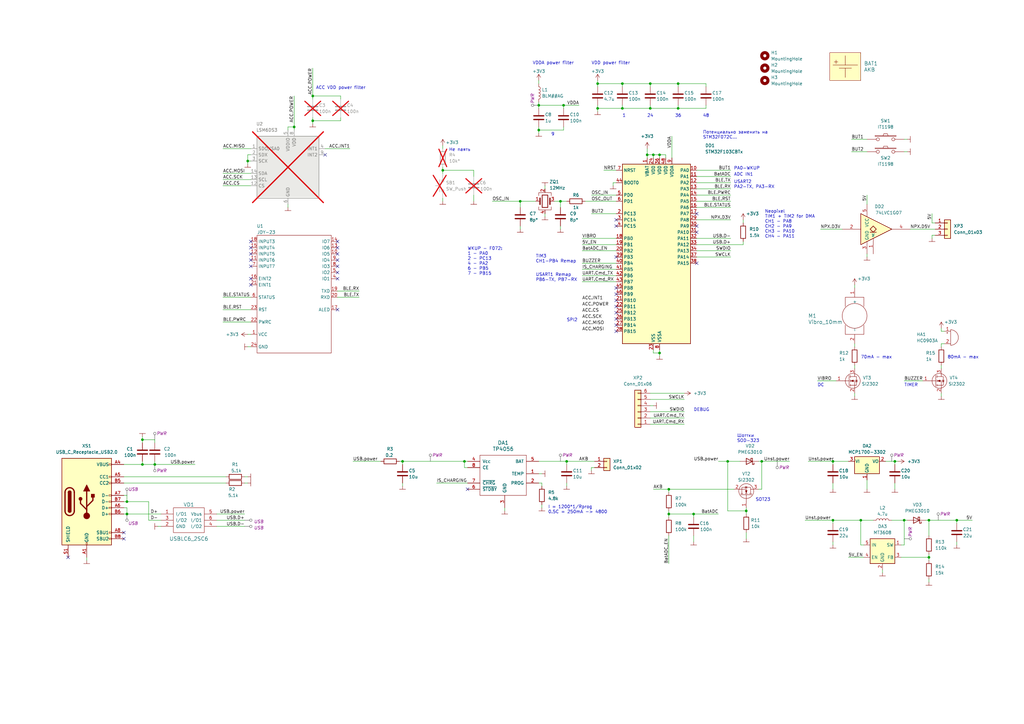
<source format=kicad_sch>
(kicad_sch (version 20230121) (generator eeschema)
  (paper "A3")
  (junction (at 120.65 52.07))
  (junction (at 52.07 205.74))
  (junction (at 58.42 190.5))
  (junction (at 63.5 190.5))
  (junction (at 231.14 43.18))
  (junction (at 298.45 189.23))
  (junction (at 367.03 189.23))
  (junction (at 128.27 39.37))
  (junction (at 213.36 82.55))
  (junction (at 306.07 209.55))
  (junction (at 165.1 189.23))
  (junction (at 284.48 210.82))
  (junction (at 255.27 34.29))
  (junction (at 381 228.6))
  (junction (at 128.27 49.53))
  (junction (at 232.41 189.23))
  (junction (at 255.27 44.45))
  (junction (at 274.32 200.66))
  (junction (at 341.63 189.23))
  (junction (at 267.97 63.5))
  (junction (at 190.5 189.23))
  (junction (at 392.43 213.36))
  (junction (at 278.13 34.29))
  (junction (at 52.07 210.82))
  (junction (at 265.43 63.5))
  (junction (at 381 213.36))
  (junction (at 274.32 210.82))
  (junction (at 229.87 82.55))
  (junction (at 353.06 213.36))
  (junction (at 181.61 69.85))
  (junction (at 220.98 53.34))
  (junction (at 312.42 189.23))
  (junction (at 245.11 34.29))
  (junction (at 220.98 43.18))
  (junction (at 370.84 213.36))
  (junction (at 245.11 44.45))
  (junction (at 270.51 144.78))
  (junction (at 101.6 66.04))
  (junction (at 266.7 34.29))
  (junction (at 266.7 44.45))
  (junction (at 58.42 180.34))
  (junction (at 278.13 44.45))
  (junction (at 270.51 63.5))
  (junction (at 341.63 213.36))
  (no_connect (at 191.77 200.66))
  (no_connect (at 252.73 105.41))
  (no_connect (at 252.73 123.19))
  (no_connect (at 27.94 228.6))
  (no_connect (at 138.43 106.68))
  (no_connect (at 285.75 92.71))
  (no_connect (at 138.43 99.06))
  (no_connect (at 102.87 99.06))
  (no_connect (at 50.8 218.44))
  (no_connect (at 252.73 125.73))
  (no_connect (at 285.75 87.63))
  (no_connect (at 285.75 95.25))
  (no_connect (at 102.87 109.22))
  (no_connect (at 252.73 133.35))
  (no_connect (at 252.73 135.89))
  (no_connect (at 102.87 114.3))
  (no_connect (at 252.73 90.17))
  (no_connect (at 102.87 116.84))
  (no_connect (at 138.43 104.14))
  (no_connect (at 138.43 109.22))
  (no_connect (at 252.73 120.65))
  (no_connect (at 138.43 127))
  (no_connect (at 138.43 114.3))
  (no_connect (at 252.73 118.11))
  (no_connect (at 102.87 104.14))
  (no_connect (at 133.35 63.5))
  (no_connect (at 102.87 101.6))
  (no_connect (at 102.87 106.68))
  (no_connect (at 252.73 130.81))
  (no_connect (at 138.43 101.6))
  (no_connect (at 285.75 107.95))
  (no_connect (at 50.8 220.98))
  (no_connect (at 252.73 92.71))
  (no_connect (at 138.43 111.76))
  (no_connect (at 252.73 128.27))
  (wire (pts (xy 165.1 189.23) (xy 165.1 190.5)))
  (wire (pts (xy 58.42 180.34) (xy 63.5 180.34)))
  (wire (pts (xy 223.52 76.2) (xy 223.52 77.47)))
  (wire (pts (xy 222.25 207.01) (xy 222.25 208.28)))
  (wire (pts (xy 91.44 76.2) (xy 102.87 76.2)))
  (wire (pts (xy 266.7 163.83) (xy 280.67 163.83)))
  (wire (pts (xy 266.7 34.29) (xy 266.7 35.56)))
  (wire (pts (xy 100.33 195.58) (xy 101.6 195.58)))
  (wire (pts (xy 128.27 49.53) (xy 128.27 50.8)))
  (wire (pts (xy 163.83 189.23) (xy 165.1 189.23)))
  (wire (pts (xy 243.84 191.77) (xy 242.57 191.77)))
  (wire (pts (xy 382.27 87.63) (xy 382.27 91.44)))
  (wire (pts (xy 289.56 43.18) (xy 289.56 44.45)))
  (wire (pts (xy 387.35 135.89) (xy 386.08 135.89)))
  (wire (pts (xy 232.41 190.5) (xy 232.41 189.23)))
  (wire (pts (xy 63.5 189.23) (xy 63.5 190.5)))
  (wire (pts (xy 387.35 140.97) (xy 386.08 140.97)))
  (wire (pts (xy 331.47 189.23) (xy 341.63 189.23)))
  (wire (pts (xy 278.13 35.56) (xy 278.13 34.29)))
  (wire (pts (xy 207.01 208.28) (xy 207.01 209.55)))
  (wire (pts (xy 50.8 190.5) (xy 58.42 190.5)))
  (wire (pts (xy 274.32 210.82) (xy 274.32 212.09)))
  (wire (pts (xy 265.43 63.5) (xy 265.43 64.77)))
  (wire (pts (xy 353.06 213.36) (xy 358.14 213.36)))
  (wire (pts (xy 386.08 149.86) (xy 386.08 151.13)))
  (wire (pts (xy 274.32 200.66) (xy 274.32 201.93)))
  (wire (pts (xy 289.56 35.56) (xy 289.56 34.29)))
  (wire (pts (xy 255.27 43.18) (xy 255.27 44.45)))
  (wire (pts (xy 285.75 80.01) (xy 299.72 80.01)))
  (wire (pts (xy 398.78 213.36) (xy 392.43 213.36)))
  (wire (pts (xy 220.98 198.12) (xy 222.25 198.12)))
  (wire (pts (xy 306.07 209.55) (xy 306.07 210.82)))
  (wire (pts (xy 350.52 116.84) (xy 350.52 118.11)))
  (wire (pts (xy 266.7 34.29) (xy 278.13 34.29)))
  (wire (pts (xy 245.11 44.45) (xy 255.27 44.45)))
  (wire (pts (xy 139.7 40.64) (xy 139.7 39.37)))
  (wire (pts (xy 138.43 119.38) (xy 147.32 119.38)))
  (wire (pts (xy 267.97 63.5) (xy 270.51 63.5)))
  (wire (pts (xy 370.84 213.36) (xy 370.84 223.52)))
  (wire (pts (xy 118.11 53.34) (xy 118.11 52.07)))
  (wire (pts (xy 294.64 189.23) (xy 298.45 189.23)))
  (wire (pts (xy 285.75 100.33) (xy 304.8 100.33)))
  (wire (pts (xy 240.03 82.55) (xy 252.73 82.55)))
  (wire (pts (xy 100.33 198.12) (xy 101.6 198.12)))
  (wire (pts (xy 381 227.33) (xy 381 228.6)))
  (wire (pts (xy 284.48 210.82) (xy 294.64 210.82)))
  (wire (pts (xy 220.98 41.91) (xy 220.98 43.18)))
  (wire (pts (xy 101.6 66.04) (xy 101.6 63.5)))
  (wire (pts (xy 120.65 52.07) (xy 120.65 53.34)))
  (wire (pts (xy 298.45 189.23) (xy 303.53 189.23)))
  (wire (pts (xy 341.63 189.23) (xy 341.63 190.5)))
  (wire (pts (xy 60.96 205.74) (xy 52.07 205.74)))
  (wire (pts (xy 392.43 213.36) (xy 392.43 214.63)))
  (wire (pts (xy 242.57 191.77) (xy 242.57 193.04)))
  (wire (pts (xy 227.33 82.55) (xy 229.87 82.55)))
  (wire (pts (xy 139.7 49.53) (xy 128.27 49.53)))
  (wire (pts (xy 383.54 96.52) (xy 382.27 96.52)))
  (wire (pts (xy 181.61 68.58) (xy 181.61 69.85)))
  (wire (pts (xy 306.07 209.55) (xy 298.45 209.55)))
  (wire (pts (xy 392.43 222.25) (xy 392.43 223.52)))
  (wire (pts (xy 267.97 63.5) (xy 267.97 64.77)))
  (wire (pts (xy 382.27 96.52) (xy 382.27 97.79)))
  (wire (pts (xy 50.8 208.28) (xy 52.07 208.28)))
  (wire (pts (xy 50.8 195.58) (xy 92.71 195.58)))
  (wire (pts (xy 285.75 97.79) (xy 299.72 97.79)))
  (wire (pts (xy 372.11 57.15) (xy 370.84 57.15)))
  (wire (pts (xy 229.87 82.55) (xy 232.41 82.55)))
  (wire (pts (xy 266.7 43.18) (xy 266.7 44.45)))
  (wire (pts (xy 312.42 189.23) (xy 312.42 200.66)))
  (wire (pts (xy 336.55 93.98) (xy 345.44 93.98)))
  (wire (pts (xy 285.75 72.39) (xy 299.72 72.39)))
  (wire (pts (xy 381 228.6) (xy 381 229.87)))
  (wire (pts (xy 373.38 93.98) (xy 383.54 93.98)))
  (wire (pts (xy 231.14 52.07) (xy 231.14 53.34)))
  (wire (pts (xy 386.08 140.97) (xy 386.08 142.24)))
  (wire (pts (xy 267.97 143.51) (xy 267.97 144.78)))
  (wire (pts (xy 238.76 102.87) (xy 252.73 102.87)))
  (wire (pts (xy 349.25 57.15) (xy 355.6 57.15)))
  (wire (pts (xy 179.07 198.12) (xy 191.77 198.12)))
  (wire (pts (xy 270.51 63.5) (xy 273.05 63.5)))
  (wire (pts (xy 270.51 63.5) (xy 270.51 64.77)))
  (wire (pts (xy 63.5 190.5) (xy 80.01 190.5)))
  (wire (pts (xy 64.77 215.9) (xy 66.04 215.9)))
  (wire (pts (xy 50.8 210.82) (xy 52.07 210.82)))
  (wire (pts (xy 242.57 80.01) (xy 252.73 80.01)))
  (wire (pts (xy 278.13 44.45) (xy 289.56 44.45)))
  (wire (pts (xy 60.96 213.36) (xy 66.04 213.36)))
  (wire (pts (xy 386.08 135.89) (xy 386.08 134.62)))
  (wire (pts (xy 238.76 115.57) (xy 252.73 115.57)))
  (wire (pts (xy 91.44 127) (xy 102.87 127)))
  (wire (pts (xy 312.42 189.23) (xy 323.85 189.23)))
  (wire (pts (xy 335.28 156.21) (xy 342.9 156.21)))
  (wire (pts (xy 285.75 82.55) (xy 299.72 82.55)))
  (wire (pts (xy 266.7 166.37) (xy 267.97 166.37)))
  (wire (pts (xy 266.7 171.45) (xy 280.67 171.45)))
  (wire (pts (xy 194.31 69.85) (xy 194.31 72.39)))
  (wire (pts (xy 91.44 71.12) (xy 102.87 71.12)))
  (wire (pts (xy 355.6 104.14) (xy 355.6 105.41)))
  (wire (pts (xy 347.98 228.6) (xy 354.33 228.6)))
  (wire (pts (xy 341.63 213.36) (xy 353.06 213.36)))
  (wire (pts (xy 278.13 34.29) (xy 289.56 34.29)))
  (wire (pts (xy 220.98 33.02) (xy 220.98 34.29)))
  (wire (pts (xy 35.56 228.6) (xy 35.56 229.87)))
  (wire (pts (xy 370.84 156.21) (xy 378.46 156.21)))
  (wire (pts (xy 379.73 213.36) (xy 381 213.36)))
  (wire (pts (xy 285.75 105.41) (xy 299.72 105.41)))
  (wire (pts (xy 255.27 34.29) (xy 255.27 35.56)))
  (wire (pts (xy 382.27 91.44) (xy 383.54 91.44)))
  (wire (pts (xy 370.84 223.52) (xy 369.57 223.52)))
  (wire (pts (xy 220.98 189.23) (xy 232.41 189.23)))
  (wire (pts (xy 306.07 208.28) (xy 306.07 209.55)))
  (wire (pts (xy 128.27 27.94) (xy 128.27 39.37)))
  (wire (pts (xy 304.8 90.17) (xy 304.8 91.44)))
  (wire (pts (xy 191.77 189.23) (xy 190.5 189.23)))
  (wire (pts (xy 367.03 189.23) (xy 368.3 189.23)))
  (wire (pts (xy 194.31 80.01) (xy 194.31 82.55)))
  (wire (pts (xy 285.75 74.93) (xy 299.72 74.93)))
  (wire (pts (xy 284.48 219.71) (xy 284.48 222.25)))
  (wire (pts (xy 139.7 39.37) (xy 128.27 39.37)))
  (wire (pts (xy 181.61 59.69) (xy 181.61 60.96)))
  (wire (pts (xy 63.5 181.61) (xy 63.5 180.34)))
  (wire (pts (xy 223.52 87.63) (xy 223.52 88.9)))
  (wire (pts (xy 101.6 63.5) (xy 102.87 63.5)))
  (wire (pts (xy 139.7 48.26) (xy 139.7 49.53)))
  (wire (pts (xy 138.43 121.92) (xy 147.32 121.92)))
  (wire (pts (xy 353.06 223.52) (xy 353.06 213.36)))
  (wire (pts (xy 350.52 161.29) (xy 350.52 162.56)))
  (wire (pts (xy 285.75 69.85) (xy 299.72 69.85)))
  (wire (pts (xy 101.6 66.04) (xy 102.87 66.04)))
  (wire (pts (xy 88.9 215.9) (xy 100.33 215.9)))
  (wire (pts (xy 238.76 107.95) (xy 252.73 107.95)))
  (wire (pts (xy 101.6 142.24) (xy 102.87 142.24)))
  (wire (pts (xy 238.76 110.49) (xy 252.73 110.49)))
  (wire (pts (xy 238.76 97.79) (xy 252.73 97.79)))
  (wire (pts (xy 266.7 44.45) (xy 278.13 44.45)))
  (wire (pts (xy 101.6 137.16) (xy 102.87 137.16)))
  (wire (pts (xy 52.07 203.2) (xy 52.07 205.74)))
  (wire (pts (xy 265.43 63.5) (xy 265.43 60.96)))
  (wire (pts (xy 381 213.36) (xy 392.43 213.36)))
  (wire (pts (xy 238.76 100.33) (xy 252.73 100.33)))
  (wire (pts (xy 274.32 210.82) (xy 284.48 210.82)))
  (wire (pts (xy 265.43 63.5) (xy 267.97 63.5)))
  (wire (pts (xy 270.51 143.51) (xy 270.51 144.78)))
  (wire (pts (xy 118.11 83.82) (xy 118.11 85.09)))
  (wire (pts (xy 245.11 34.29) (xy 245.11 35.56)))
  (wire (pts (xy 118.11 52.07) (xy 120.65 52.07)))
  (wire (pts (xy 50.8 198.12) (xy 92.71 198.12)))
  (wire (pts (xy 361.95 233.68) (xy 361.95 234.95)))
  (wire (pts (xy 381 213.36) (xy 381 219.71)))
  (wire (pts (xy 341.63 198.12) (xy 341.63 200.66)))
  (wire (pts (xy 355.6 196.85) (xy 355.6 200.66)))
  (wire (pts (xy 238.76 113.03) (xy 252.73 113.03)))
  (wire (pts (xy 165.1 189.23) (xy 190.5 189.23)))
  (wire (pts (xy 285.75 90.17) (xy 299.72 90.17)))
  (wire (pts (xy 311.15 189.23) (xy 312.42 189.23)))
  (wire (pts (xy 372.11 62.23) (xy 370.84 62.23)))
  (wire (pts (xy 381 237.49) (xy 381 238.76)))
  (wire (pts (xy 222.25 198.12) (xy 222.25 199.39)))
  (wire (pts (xy 298.45 209.55) (xy 298.45 189.23)))
  (wire (pts (xy 232.41 189.23) (xy 243.84 189.23)))
  (wire (pts (xy 220.98 52.07) (xy 220.98 53.34)))
  (wire (pts (xy 245.11 44.45) (xy 245.11 45.72)))
  (wire (pts (xy 88.9 210.82) (xy 100.33 210.82)))
  (wire (pts (xy 229.87 92.71) (xy 229.87 93.98)))
  (wire (pts (xy 341.63 213.36) (xy 341.63 214.63)))
  (wire (pts (xy 285.75 77.47) (xy 299.72 77.47)))
  (wire (pts (xy 219.71 82.55) (xy 213.36 82.55)))
  (wire (pts (xy 220.98 53.34) (xy 231.14 53.34)))
  (wire (pts (xy 190.5 191.77) (xy 191.77 191.77)))
  (wire (pts (xy 229.87 82.55) (xy 229.87 85.09)))
  (wire (pts (xy 190.5 189.23) (xy 190.5 191.77)))
  (wire (pts (xy 284.48 212.09) (xy 284.48 210.82)))
  (wire (pts (xy 220.98 43.18) (xy 231.14 43.18)))
  (wire (pts (xy 58.42 190.5) (xy 63.5 190.5)))
  (wire (pts (xy 213.36 82.55) (xy 213.36 85.09)))
  (wire (pts (xy 365.76 213.36) (xy 370.84 213.36)))
  (wire (pts (xy 88.9 213.36) (xy 100.33 213.36)))
  (wire (pts (xy 363.22 189.23) (xy 367.03 189.23)))
  (wire (pts (xy 231.14 43.18) (xy 231.14 44.45)))
  (wire (pts (xy 267.97 200.66) (xy 274.32 200.66)))
  (wire (pts (xy 285.75 102.87) (xy 299.72 102.87)))
  (wire (pts (xy 274.32 219.71) (xy 274.32 231.14)))
  (wire (pts (xy 128.27 48.26) (xy 128.27 49.53)))
  (wire (pts (xy 275.59 55.88) (xy 275.59 64.77)))
  (wire (pts (xy 58.42 179.07) (xy 58.42 180.34)))
  (wire (pts (xy 306.07 218.44) (xy 306.07 220.98)))
  (wire (pts (xy 255.27 34.29) (xy 266.7 34.29)))
  (wire (pts (xy 220.98 53.34) (xy 220.98 54.61)))
  (wire (pts (xy 50.8 205.74) (xy 52.07 205.74)))
  (wire (pts (xy 220.98 194.31) (xy 222.25 194.31)))
  (wire (pts (xy 330.2 213.36) (xy 341.63 213.36)))
  (wire (pts (xy 50.8 203.2) (xy 52.07 203.2)))
  (wire (pts (xy 52.07 210.82) (xy 66.04 210.82)))
  (wire (pts (xy 370.84 213.36) (xy 372.11 213.36)))
  (wire (pts (xy 120.65 39.37) (xy 120.65 52.07)))
  (wire (pts (xy 194.31 69.85) (xy 181.61 69.85)))
  (wire (pts (xy 247.65 69.85) (xy 252.73 69.85)))
  (wire (pts (xy 267.97 144.78) (xy 270.51 144.78)))
  (wire (pts (xy 341.63 222.25) (xy 341.63 223.52)))
  (wire (pts (xy 58.42 180.34) (xy 58.42 181.61)))
  (wire (pts (xy 266.7 161.29) (xy 280.67 161.29)))
  (wire (pts (xy 60.96 213.36) (xy 60.96 205.74)))
  (wire (pts (xy 367.03 198.12) (xy 367.03 200.66)))
  (wire (pts (xy 91.44 60.96) (xy 102.87 60.96)))
  (wire (pts (xy 91.44 73.66) (xy 102.87 73.66)))
  (wire (pts (xy 270.51 144.78) (xy 270.51 146.05)))
  (wire (pts (xy 181.61 82.55) (xy 181.61 81.28)))
  (wire (pts (xy 255.27 44.45) (xy 266.7 44.45)))
  (wire (pts (xy 165.1 198.12) (xy 165.1 199.39)))
  (wire (pts (xy 274.32 209.55) (xy 274.32 210.82)))
  (wire (pts (xy 181.61 69.85) (xy 181.61 71.12)))
  (wire (pts (xy 369.57 228.6) (xy 381 228.6)))
  (wire (pts (xy 58.42 189.23) (xy 58.42 190.5)))
  (wire (pts (xy 251.46 74.93) (xy 251.46 76.2)))
  (wire (pts (xy 91.44 121.92) (xy 102.87 121.92)))
  (wire (pts (xy 242.57 87.63) (xy 252.73 87.63)))
  (wire (pts (xy 220.98 43.18) (xy 220.98 44.45)))
  (wire (pts (xy 101.6 67.31) (xy 101.6 66.04)))
  (wire (pts (xy 232.41 198.12) (xy 232.41 199.39)))
  (wire (pts (xy 350.52 149.86) (xy 350.52 151.13)))
  (wire (pts (xy 350.52 140.97) (xy 350.52 142.24)))
  (wire (pts (xy 354.33 223.52) (xy 353.06 223.52)))
  (wire (pts (xy 252.73 74.93) (xy 251.46 74.93)))
  (wire (pts (xy 231.14 43.18) (xy 237.49 43.18)))
  (wire (pts (xy 128.27 39.37) (xy 128.27 40.64)))
  (wire (pts (xy 266.7 168.91) (xy 280.67 168.91)))
  (wire (pts (xy 278.13 43.18) (xy 278.13 44.45)))
  (wire (pts (xy 245.11 43.18) (xy 245.11 44.45)))
  (wire (pts (xy 274.32 200.66) (xy 300.99 200.66)))
  (wire (pts (xy 266.7 173.99) (xy 280.67 173.99)))
  (wire (pts (xy 245.11 34.29) (xy 255.27 34.29)))
  (wire (pts (xy 52.07 208.28) (xy 52.07 210.82)))
  (wire (pts (xy 245.11 33.02) (xy 245.11 34.29)))
  (wire (pts (xy 341.63 189.23) (xy 347.98 189.23)))
  (wire (pts (xy 144.78 189.23) (xy 156.21 189.23)))
  (wire (pts (xy 304.8 99.06) (xy 304.8 100.33)))
  (wire (pts (xy 367.03 189.23) (xy 367.03 190.5)))
  (wire (pts (xy 201.93 82.55) (xy 213.36 82.55)))
  (wire (pts (xy 311.15 200.66) (xy 312.42 200.66)))
  (wire (pts (xy 386.08 161.29) (xy 386.08 162.56)))
  (wire (pts (xy 349.25 62.23) (xy 355.6 62.23)))
  (wire (pts (xy 133.35 60.96) (xy 143.51 60.96)))
  (wire (pts (xy 91.44 132.08) (xy 102.87 132.08)))
  (wire (pts (xy 355.6 80.01) (xy 355.6 83.82)))
  (wire (pts (xy 213.36 92.71) (xy 213.36 93.98)))
  (wire (pts (xy 285.75 85.09) (xy 299.72 85.09)))
  (wire (pts (xy 273.05 63.5) (xy 273.05 64.77)))
  (text "WKUP - F072:\n1 - PA0\n2 - PC13\n4 - PA2\n6 - PB5\n7 - PB15" (at 191.77 113.03 0) (effects (font (size 1.27 1.27)) (justify left bottom)))
  (text "80mA - max" (at 388.62 147.32 0) (effects (font (size 1.27 1.27)) (justify left bottom)))
  (text "PA0-WKUP" (at 300.99 69.85 0) (effects (font (size 1.27 1.27)) (justify left bottom)))
  (text "70mA - max" (at 353.06 147.32 0) (effects (font (size 1.27 1.27)) (justify left bottom)))
  (text "9" (at 226.06 55.88 0) (effects (font (size 1.27 1.27)) (justify left bottom)))
  (text "I = 1200*1/Rprog\n0.5C = 250mA -> 4800\n" (at 224.79 210.82 0) (effects (font (size 1.27 1.27)) (justify left bottom)))
  (text "VDD power filter" (at 242.57 26.67 0) (effects (font (size 1.27 1.27)) (justify left bottom)))
  (text "DC" (at 335.28 158.75 0) (effects (font (size 1.27 1.27)) (justify left bottom)))
  (text "SOT23" (at 309.88 205.74 0) (effects (font (size 1.27 1.27)) (justify left bottom)))
  (text "1" (at 255.27 48.26 0) (effects (font (size 1.27 1.27)) (justify left bottom)))
  (text "VDDA power filter" (at 218.44 26.67 0) (effects (font (size 1.27 1.27)) (justify left bottom)))
  (text "Не паять" (at 184.15 62.23 0) (effects (font (size 1.27 1.27)) (justify left bottom)))
  (text "USART2\nPA2-TX, PA3-RX" (at 300.99 77.47 0) (effects (font (size 1.27 1.27)) (justify left bottom)))
  (text "Neopixel\nTIM1 + TIM2 for DMA\nCH1 - PA8\nCH2 - PA9\nCH3 - PA10\nCH4 - PA11" (at 313.69 97.79 0) (effects (font (size 1.27 1.27)) (justify left bottom)))
  (text "48" (at 288.29 48.26 0) (effects (font (size 1.27 1.27)) (justify left bottom)))
  (text "36" (at 276.86 48.26 0) (effects (font (size 1.27 1.27)) (justify left bottom)))
  (text "TIMER" (at 370.84 158.75 0) (effects (font (size 1.27 1.27)) (justify left bottom)))
  (text "ACC VDD power filter" (at 129.54 36.83 0) (effects (font (size 1.27 1.27)) (justify left bottom)))
  (text "ADC IN1" (at 300.99 72.39 0) (effects (font (size 1.27 1.27)) (justify left bottom)))
  (text "DEBUG" (at 284.48 168.91 0) (effects (font (size 1.27 1.27)) (justify left bottom)))
  (text "SPI2" (at 232.41 132.08 0) (effects (font (size 1.27 1.27)) (justify left bottom)))
  (text "Шоттки\nSOD-323" (at 302.26 181.61 0) (effects (font (size 1.27 1.27)) (justify left bottom)))
  (text "24" (at 265.43 48.26 0) (effects (font (size 1.27 1.27)) (justify left bottom)))
  (text "USART1 Remap\nPB6-TX, PB7-RX" (at 219.71 115.57 0) (effects (font (size 1.27 1.27)) (justify left bottom)))
  (text "TIM3 \nCH1-PB4 Remap" (at 219.71 107.95 0) (effects (font (size 1.27 1.27)) (justify left bottom)))
  (text "Потенциально заменить на \nSTM32F072C..." (at 288.29 57.15 0) (effects (font (size 1.27 1.27)) (justify left bottom)))
  (label "5V_EN" (at 238.76 100.33 0))
  (label "UART.Cmd_RX" (at 280.67 173.99 180))
  (label "5V" (at 398.78 213.36 180))
  (label "5V" (at 355.6 80.01 270))
  (label "USB.D+" (at 299.72 100.33 180))
  (label "USB.power" (at 144.78 189.23 0))
  (label "BatADC_EN" (at 238.76 102.87 0))
  (label "OSC_OUT" (at 242.57 82.55 0))
  (label "ACC.MOSI" (at 91.44 71.12 0))
  (label "ACC.MISO" (at 91.44 60.96 0))
  (label "ACC.POWER" (at 120.65 39.37 270))
  (label "USB.D+" (at 100.33 213.36 180))
  (label "D-" (at 64.77 213.36 180))
  (label "USB.power" (at 80.01 190.5 180))
  (label "BLE.RST" (at 91.44 127 0))
  (label "ACC.MOSI" (at 238.76 135.89 0))
  (label "BLE.RST" (at 299.72 82.55 180))
  (label "BLE.PWRC" (at 299.72 80.01 180))
  (label "VDDA" (at 237.49 43.18 180))
  (label "OSC_IN" (at 201.93 82.55 0))
  (label "ACC.MISO" (at 238.76 133.35 0))
  (label "BUT2" (at 242.57 87.63 0))
  (label "IS_CHARGING" (at 238.76 110.49 0))
  (label "5V" (at 382.27 87.63 270))
  (label "BatADC" (at 299.72 72.39 180))
  (label "BatADC" (at 294.64 210.82 180))
  (label "Unst.power" (at 331.47 189.23 0))
  (label "ACC.POWER" (at 238.76 125.73 0))
  (label "BLE.TX" (at 299.72 74.93 180))
  (label "BLE.STATUS" (at 299.72 85.09 180))
  (label "Unst.power" (at 323.85 189.23 180))
  (label "BUT1" (at 349.25 57.15 0))
  (label "BUT1" (at 299.72 69.85 180))
  (label "VIBRO" (at 335.28 156.21 0))
  (label "BUZZER" (at 370.84 156.21 0))
  (label "NPX.D3V" (at 299.72 90.17 180))
  (label "USB.power" (at 294.64 189.23 180))
  (label "SWCLK" (at 280.67 163.83 180))
  (label "NPX.D5V" (at 373.38 93.98 0))
  (label "BLE.TX" (at 147.32 121.92 180))
  (label "ACC.SCK" (at 238.76 130.81 0))
  (label "AKB" (at 241.3 189.23 180))
  (label "BatADC_EN" (at 274.32 231.14 90))
  (label "BLE.RX" (at 299.72 77.47 180))
  (label "IS_CHARGING" (at 179.07 198.12 0))
  (label "ACC.INT1" (at 143.51 60.96 180))
  (label "ACC.INT1" (at 238.76 123.19 0))
  (label "VIBRO" (at 238.76 97.79 0))
  (label "UART.Cmd_RX" (at 238.76 115.57 0))
  (label "UART.Cmd_TX" (at 238.76 113.03 0))
  (label "NPX.D3V" (at 336.55 93.98 0))
  (label "OSC_IN" (at 242.57 80.01 0))
  (label "SWCLK" (at 299.72 105.41 180))
  (label "ACC.SCK" (at 91.44 73.66 0))
  (label "SWDIO" (at 299.72 102.87 180))
  (label "USB.D-" (at 299.72 97.79 180))
  (label "NRST" (at 247.65 69.85 0))
  (label "UART.Cmd_TX" (at 280.67 171.45 180))
  (label "D+" (at 64.77 210.82 180))
  (label "BLE.STATUS" (at 91.44 121.92 0))
  (label "SWDIO" (at 280.67 168.91 180))
  (label "5V_EN" (at 347.98 228.6 0))
  (label "BUZZER" (at 238.76 107.95 0))
  (label "Unst.power" (at 330.2 213.36 0))
  (label "BUT2" (at 349.25 62.23 0))
  (label "VDDA" (at 275.59 55.88 270))
  (label "USB.D-" (at 100.33 215.9 180))
  (label "AKB" (at 267.97 200.66 0))
  (label "BLE.RX" (at 147.32 119.38 180))
  (label "ACC.POWER" (at 128.27 27.94 270))
  (label "USB.power" (at 100.33 210.82 180))
  (label "ACC.CS" (at 91.44 76.2 0))
  (label "BLE.PWRC" (at 91.44 132.08 0))
  (label "ACC.CS" (at 238.76 128.27 0))
  (netclass_flag "" (length 2.54) (shape round) (at 100.33 215.9 270) (property "Netclass" "USB" (at 104.14 216.4715 0) (effects (font italic) (justify left))))
  (netclass_flag "" (length 2.54) (shape round) (at 100.33 213.36 270) (property "Netclass" "USB" (at 104.14 213.9315 0) (effects (font italic) (justify left))))
  (netclass_flag "" (length 2.54) (shape round) (at 176.53 189.23 0) (property "Netclass" "PWR" (at 177.2285 186.69 0) (effects (font italic) (justify left))))
  (netclass_flag "" (length 2.54) (shape round) (at 220.98 43.18 90) (property "Netclass" "PWR" (at 218.44 42.4815 90) (effects (font italic) (justify left))))
  (netclass_flag "" (length 2.54) (shape round) (at 63.5 180.34 0) (property "Netclass" "PWR" (at 64.1985 177.8 0) (effects (font italic) (justify left))))
  (netclass_flag "" (length 2.54) (shape round) (at 52.07 203.2 0) (property "Netclass" "USB" (at 52.6415 200.66 0) (effects (font italic) (justify left))))
  (netclass_flag "" (length 2.54) (shape round) (at 63.5 190.5 180) (property "Netclass" "PWR" (at 64.1985 193.04 0) (effects (font italic) (justify left))))
  (netclass_flag "" (length 2.54) (shape round) (at 52.07 210.82 180) (property "Netclass" "USB" (at 56.5785 214.63 0) (effects (font italic) (justify right))))
  (netclass_flag "" (length 2.54) (shape round) (at 384.81 213.36 0) (property "Netclass" "PWR" (at 385.5085 210.82 0) (effects (font italic) (justify left))))
  (netclass_flag "" (length 2.54) (shape round) (at 318.77 189.23 180) (property "Netclass" "PWR" (at 319.4685 191.77 0) (effects (font italic) (justify left))))
  (netclass_flag "" (length 2.54) (shape round) (at 365.76 189.23 0) (property "Netclass" "PWR" (at 366.4585 186.69 0) (effects (font italic) (justify left))))
  (netclass_flag "" (length 2.54) (shape round) (at 229.87 189.23 0) (property "Netclass" "PWR" (at 230.5685 186.69 0) (effects (font italic) (justify left))))
  (netclass_flag "" (length 2.54) (shape round) (at 370.84 220.98 270) (property "Netclass" "PWR" (at 373.38 220.2815 90) (effects (font italic) (justify left))))
  (symbol (lib_id "Device:R") (at 160.02 189.23 270) (unit 1)
    (property "Reference" "R3" (at 161.2899 184.15 90) (effects (justify right)))
    (property "Value" "0.2" (at 161.2899 186.69 90) (effects (justify right)))
    (property "Footprint" "Resistor_SMD:R_0603_1608Metric_Pad0.98x0.95mm_HandSolder" (effects hide))
  )
  (symbol (lib_id "#USER:GND_GOST") (at 232.41 199.39 0) (unit 1)
    (property "Reference" "#PWR024" (effects hide))
    (property "Value" "GND_GOST" (effects hide))
  )
  (symbol (lib_id "Device:R") (at 96.52 195.58 270) (unit 1)
    (property "Reference" "R1" (at 97.7899 190.5 90) (effects (justify right)))
    (property "Value" "5.1k" (at 99.0599 193.04 90) (effects (justify right)))
    (property "Footprint" "Resistor_SMD:R_0603_1608Metric_Pad0.98x0.95mm_HandSolder" (effects hide))
  )
  (symbol (lib_id "Device:C") (at 194.31 76.2 180) (unit 1) (on_board no) (dnp yes)
    (property "Reference" "C6" (at 199.39 74.93 0) (effects (justify left)))
    (property "Value" "100n" (at 201.93 77.47 0) (effects (justify left)))
    (property "Footprint" "Capacitor_SMD:C_0603_1608Metric_Pad1.08x0.95mm_HandSolder" (effects hide))
  )
  (symbol (lib_id "#USER:GND_GOST") (at 251.46 76.2 0) (unit 1)
    (property "Reference" "#PWR028" (effects hide))
    (property "Value" "GND_GOST" (effects hide))
  )
  (symbol (lib_id "Device:C") (at 367.03 194.31 180) (unit 1)
    (property "Reference" "C20" (at 373.38 193.04 0) (effects (justify left)))
    (property "Value" "10u" (at 373.38 195.58 0) (effects (justify left)))
    (property "Footprint" "Capacitor_SMD:C_0603_1608Metric_Pad1.08x0.95mm_HandSolder" (effects hide))
  )
  (symbol (lib_id "Power_kl:TP4056") (at 207.01 195.58 0) (unit 1)
    (property "Reference" "DA1" (at 206.375 181.61 0) (effects (font (size 1.524 1.524))))
    (property "Value" "TP4056" (at 206.375 184.15 0) (effects (font (size 1.524 1.524))))
    (property "Footprint" "Package_SO:SO-8_3.9x4.9mm_P1.27mm" (effects hide))
    (property "SolderPoints" "8" (effects hide))
  )
  (symbol (lib_id "#USER:GND_GOST") (at 222.25 194.31 90) (unit 1)
    (property "Reference" "#PWR019" (effects hide))
    (property "Value" "GND_GOST" (effects hide))
  )
  (symbol (lib_id "Power_kl:BAT_NO_CONN") (at 346.71 26.67 0) (unit 1)
    (property "Reference" "BAT1" (at 354.33 26.035 0) (effects (font (size 1.524 1.524)) (justify left)))
    (property "Value" "AKB" (at 354.33 28.575 0) (effects (font (size 1.524 1.524)) (justify left)))
    (property "Footprint" "Kais_Lib:AKB_05x30x40" (effects hide))
    (property "SolderPoints" "0" (effects hide))
  )
  (symbol (lib_id "Mechanical:MountingHole") (at 313.69 33.02 0) (unit 1)
    (property "Reference" "H3" (at 316.23 31.75 0) (effects (justify left)))
    (property "Value" "MountingHole" (at 316.23 34.29 0) (effects (justify left)))
    (property "Footprint" "Kais_Lib:Hole_2.4" (effects hide))
  )
  (symbol (lib_id "Device:L") (at 220.98 38.1 0) (unit 1)
    (property "Reference" "L1" (at 222.25 36.83 0) (effects (justify left)))
    (property "Value" "BLM##AG" (at 222.25 39.37 0) (effects (justify left)))
    (property "Footprint" "Inductor_SMD:L_0603_1608Metric_Pad1.05x0.95mm_HandSolder" (effects hide))
  )
  (symbol (lib_id "#USER:GND_GOST") (at 101.6 195.58 90) (unit 1)
    (property "Reference" "#PWR07" (effects hide))
    (property "Value" "GND_GOST" (effects hide))
  )
  (symbol (lib_id "Device:D_Schottky") (at 307.34 189.23 180) (unit 1)
    (property "Reference" "VD2" (at 307.6575 182.88 0))
    (property "Value" "PMEG3010" (at 307.6575 185.42 0))
    (property "Footprint" "Diode_SMD:D_SOD-323_HandSoldering" (effects hide))
  )
  (symbol (lib_id "#USER:GND_GOST") (at 229.87 93.98 0) (unit 1)
    (property "Reference" "#PWR023" (effects hide))
    (property "Value" "GND_GOST" (effects hide))
  )
  (symbol (lib_id "#USER:GND_GOST") (at 118.11 85.09 0) (unit 1)
    (property "Reference" "#PWR09" (effects hide))
    (property "Value" "GND_GOST" (effects hide))
  )
  (symbol (lib_id "Device:Buzzer") (at 389.89 138.43 0) (unit 1)
    (property "Reference" "HA1" (at 375.92 137.16 0) (effects (justify left)))
    (property "Value" "HC0903A" (at 375.92 139.7 0) (effects (justify left)))
    (property "Footprint" "Buzzer_Beeper:MagneticBuzzer_CUI_CST-931RP-A" (effects hide))
  )
  (symbol (lib_id "#USER:GND_GOST") (at 267.97 166.37 90) (unit 1)
    (property "Reference" "#PWR030" (effects hide))
    (property "Value" "GND_GOST" (effects hide))
  )
  (symbol (lib_id "Device:C") (at 232.41 194.31 0) (unit 1)
    (property "Reference" "C11" (at 234.95 193.04 0) (effects (justify left)))
    (property "Value" "10u" (at 234.95 195.58 0) (effects (justify left)))
    (property "Footprint" "Capacitor_SMD:C_0603_1608Metric_Pad1.08x0.95mm_HandSolder" (effects hide))
  )
  (symbol (lib_id "Device:C") (at 128.27 44.45 0) (unit 1) (on_board no) (dnp yes)
    (property "Reference" "C3" (at 130.81 43.18 0) (effects (justify left)))
    (property "Value" "100n" (at 130.81 45.72 0) (effects (justify left)))
    (property "Footprint" "Capacitor_SMD:C_0603_1608Metric_Pad1.08x0.95mm_HandSolder" (effects hide))
  )
  (symbol (lib_id "power:+3.3V") (at 386.08 134.62 0) (unit 1)
    (property "Reference" "#PWR054" (effects hide))
    (property "Value" "+3.3V" (at 389.89 132.08 0))
  )
  (symbol (lib_id "#USER:GND_GOST") (at 101.6 142.24 270) (unit 1)
    (property "Reference" "#PWR06" (effects hide))
    (property "Value" "GND_GOST" (effects hide))
  )
  (symbol (lib_id "#USER:GND_GOST") (at 361.95 234.95 0) (unit 1)
    (property "Reference" "#PWR046" (effects hide))
    (property "Value" "GND_GOST" (effects hide))
  )
  (symbol (lib_id "BtnsSwitches:BUTTON") (at 363.22 57.15 0) (mirror y) (unit 1)
    (property "Reference" "SW1" (at 363.22 49.53 0))
    (property "Value" "IT1198" (at 363.22 52.07 0))
    (property "Footprint" "BtnsSwitches:BTN_IT1198" (effects hide))
  )
  (symbol (lib_id "power:+3.3V") (at 101.6 137.16 90) (unit 1)
    (property "Reference" "#PWR05" (effects hide))
    (property "Value" "+3.3V" (at 95.25 137.16 90))
  )
  (symbol (lib_id "Connector_Generic:Conn_01x02") (at 248.92 189.23 0) (unit 1)
    (property "Reference" "XP1" (at 251.46 189.23 0) (effects (justify left)))
    (property "Value" "Conn_01x02" (at 251.46 191.77 0) (effects (justify left)))
    (property "Footprint" "Connector_PinHeader_2.54mm:PinHeader_1x02_P2.54mm_Horizontal" (effects hide))
  )
  (symbol (lib_id "#USER:GND_GOST") (at 35.56 229.87 0) (unit 1)
    (property "Reference" "#PWR01" (effects hide))
    (property "Value" "GND_GOST" (effects hide))
  )
  (symbol (lib_id "#USER:GND_GOST") (at 207.01 209.55 0) (unit 1)
    (property "Reference" "#PWR015" (effects hide))
    (property "Value" "GND_GOST" (effects hide))
  )
  (symbol (lib_id "Device:D_Schottky") (at 375.92 213.36 180) (unit 1)
    (property "Reference" "VD3" (at 376.2375 207.01 0))
    (property "Value" "PMEG3010" (at 376.2375 209.55 0))
    (property "Footprint" "Diode_SMD:D_SOD-323_HandSoldering" (effects hide))
  )
  (symbol (lib_id "#USER:GND_GOST") (at 181.61 82.55 0) (unit 1)
    (property "Reference" "#PWR013" (effects hide))
    (property "Value" "GND_GOST" (effects hide))
  )
  (symbol (lib_id "#USER:GND_GOST") (at 245.11 45.72 0) (unit 1)
    (property "Reference" "#PWR027" (effects hide))
    (property "Value" "GND_GOST" (effects hide))
  )
  (symbol (lib_id "Device:C") (at 289.56 39.37 0) (unit 1)
    (property "Reference" "C17" (at 292.1 38.1 0) (effects (justify left)))
    (property "Value" "100n" (at 292.1 40.64 0) (effects (justify left)))
    (property "Footprint" "Capacitor_SMD:C_0603_1608Metric_Pad1.08x0.95mm_HandSolder" (effects hide))
  )
  (symbol (lib_id "power:+3.3V") (at 181.61 59.69 0) (unit 1)
    (property "Reference" "#PWR012" (effects hide))
    (property "Value" "+3.3V" (at 185.42 58.42 0))
  )
  (symbol (lib_id "#USER:GND_GOST") (at 372.11 62.23 90) (unit 1)
    (property "Reference" "#PWR034" (effects hide))
    (property "Value" "GND_GOST" (effects hide))
  )
  (symbol (lib_id "Connector_Generic:Conn_01x03") (at 388.62 93.98 0) (unit 1)
    (property "Reference" "XP3" (at 391.16 92.71 0) (effects (justify left)))
    (property "Value" "Conn_01x03" (at 391.16 95.25 0) (effects (justify left)))
    (property "Footprint" "Connector_PinHeader_2.54mm:PinHeader_1x03_P2.54mm_Horizontal" (effects hide))
  )
  (symbol (lib_id "#USER:GND_GOST") (at 213.36 93.98 0) (unit 1)
    (property "Reference" "#PWR016" (effects hide))
    (property "Value" "GND_GOST" (effects hide))
  )
  (symbol (lib_id "power:+3.3V") (at 280.67 161.29 270) (unit 1)
    (property "Reference" "#PWR033" (effects hide))
    (property "Value" "+3.3V" (at 287.02 161.29 90))
  )
  (symbol (lib_id "#USER:GND_GOST") (at 128.27 50.8 0) (unit 1)
    (property "Reference" "#PWR010" (effects hide))
    (property "Value" "GND_GOST" (effects hide))
  )
  (symbol (lib_id "Device:C") (at 139.7 44.45 0) (unit 1) (on_board no) (dnp yes)
    (property "Reference" "C4" (at 142.24 43.18 0) (effects (justify left)))
    (property "Value" "100n" (at 142.24 45.72 0) (effects (justify left)))
    (property "Footprint" "Capacitor_SMD:C_0603_1608Metric_Pad1.08x0.95mm_HandSolder" (effects hide))
  )
  (symbol (lib_id "Connector_Generic:Conn_01x06") (at 261.62 168.91 180) (unit 1)
    (property "Reference" "XP2" (at 261.62 154.94 0))
    (property "Value" "Conn_01x06" (at 261.62 157.48 0))
    (property "Footprint" "Connector_PinHeader_2.54mm:PinHeader_1x06_P2.54mm_Horizontal" (effects hide))
  )
  (symbol (lib_id "Sensor_Motion:LSM6DS3") (at 118.11 68.58 0) (unit 1) (on_board no) (dnp yes)
    (property "Reference" "U2" (at 105.0641 50.8 0) (effects (justify left)))
    (property "Value" "LSM6DS3" (at 105.0641 53.34 0) (effects (justify left)))
    (property "Footprint" "Package_LGA:LGA-14_3x2.5mm_P0.5mm_LayoutBorder3x4y" (effects hide))
    (property "Datasheet" "https://www.st.com/resource/en/datasheet/lsm6ds3tr-c.pdf" (effects hide))
  )
  (symbol (lib_id "#USER:GND_GOST") (at 341.63 200.66 0) (unit 1)
    (property "Reference" "#PWR039" (effects hide))
    (property "Value" "GND_GOST" (effects hide))
  )
  (symbol (lib_id "Device:C") (at 284.48 215.9 180) (unit 1)
    (property "Reference" "C16" (at 290.83 214.63 0) (effects (justify left)))
    (property "Value" "100n" (at 292.1 217.17 0) (effects (justify left)))
    (property "Footprint" "Capacitor_SMD:C_0603_1608Metric_Pad1.08x0.95mm_HandSolder" (effects hide))
  )
  (symbol (lib_id "#USER:GND_GOST") (at 220.98 54.61 0) (unit 1)
    (property "Reference" "#PWR018" (effects hide))
    (property "Value" "GND_GOST" (effects hide))
  )
  (symbol (lib_id "#USER:GND_GOST") (at 101.6 198.12 90) (unit 1)
    (property "Reference" "#PWR08" (effects hide))
    (property "Value" "GND_GOST" (effects hide))
  )
  (symbol (lib_id "Device:C") (at 278.13 39.37 0) (unit 1)
    (property "Reference" "C15" (at 280.67 38.1 0) (effects (justify left)))
    (property "Value" "100n" (at 280.67 40.64 0) (effects (justify left)))
    (property "Footprint" "Capacitor_SMD:C_0603_1608Metric_Pad1.08x0.95mm_HandSolder" (effects hide))
  )
  (symbol (lib_id "Device:R") (at 381 233.68 180) (unit 1)
    (property "Reference" "R14" (at 383.54 232.41 0) (effects (justify right)))
    (property "Value" "15k" (at 383.54 234.95 0) (effects (justify right)))
    (property "Footprint" "Resistor_SMD:R_0603_1608Metric_Pad0.98x0.95mm_HandSolder" (effects hide))
  )
  (symbol (lib_id "Device:C") (at 341.63 218.44 180) (unit 1)
    (property "Reference" "C19" (at 347.98 217.17 0) (effects (justify left)))
    (property "Value" "22u" (at 347.98 219.71 0) (effects (justify left)))
    (property "Footprint" "Capacitor_SMD:C_0603_1608Metric_Pad1.08x0.95mm_HandSolder" (effects hide))
  )
  (symbol (lib_id "Device:C") (at 213.36 88.9 0) (unit 1)
    (property "Reference" "C7" (at 217.17 87.63 0) (effects (justify left)))
    (property "Value" "8p*" (at 217.17 90.17 0) (effects (justify left)))
    (property "Footprint" "Capacitor_SMD:C_0603_1608Metric_Pad1.08x0.95mm_HandSolder" (effects hide))
  )
  (symbol (lib_id "Device:R") (at 222.25 203.2 180) (unit 1)
    (property "Reference" "R5" (at 224.79 201.9299 0) (effects (justify right)))
    (property "Value" "4.8k" (at 224.79 204.4699 0) (effects (justify right)))
    (property "Footprint" "Resistor_SMD:R_0603_1608Metric_Pad0.98x0.95mm_HandSolder" (effects hide))
  )
  (symbol (lib_id "MCU_ST_STM32F1:STM32F103CBTx") (at 267.97 105.41 0) (unit 1)
    (property "Reference" "DD1" (at 289.2141 59.69 0) (effects (justify left)))
    (property "Value" "STM32F103CBTx" (at 289.2141 62.23 0) (effects (justify left)))
    (property "Footprint" "Package_QFP:LQFP-48_7x7mm_P0.5mm" (effects hide))
    (property "Datasheet" "https://www.st.com/resource/en/datasheet/stm32f103cb.pdf" (effects hide))
  )
  (symbol (lib_id "Kais_Lib:JDY-23") (at 105.41 96.52 0) (unit 1)
    (property "Reference" "U1" (at 106.68 92.71 0))
    (property "Value" "JDY-23" (at 109.22 95.25 0))
    (property "Footprint" "Kais_Lib:JDY-23_BLE_module" (effects hide))
  )
  (symbol (lib_id "Device:C") (at 229.87 88.9 0) (unit 1)
    (property "Reference" "C9" (at 233.68 87.63 0) (effects (justify left)))
    (property "Value" "8p*" (at 233.68 90.17 0) (effects (justify left)))
    (property "Footprint" "Capacitor_SMD:C_0603_1608Metric_Pad1.08x0.95mm_HandSolder" (effects hide))
  )
  (symbol (lib_id "Device:C") (at 255.27 39.37 0) (unit 1)
    (property "Reference" "C13" (at 257.81 38.1 0) (effects (justify left)))
    (property "Value" "100n" (at 257.81 40.64 0) (effects (justify left)))
    (property "Footprint" "Capacitor_SMD:C_0603_1608Metric_Pad1.08x0.95mm_HandSolder" (effects hide))
  )
  (symbol (lib_id "power:+3.3V") (at 368.3 189.23 270) (unit 1)
    (property "Reference" "#PWR048" (effects hide))
    (property "Value" "+3.3V" (at 372.11 189.2299 90) (effects (justify left)))
  )
  (symbol (lib_id "#USER:GND_GOST") (at 270.51 146.05 0) (unit 1)
    (property "Reference" "#PWR031" (effects hide))
    (property "Value" "GND_GOST" (effects hide))
  )
  (symbol (lib_id "Device:R") (at 274.32 205.74 180) (unit 1)
    (property "Reference" "R7" (at 276.86 204.47 0) (effects (justify right)))
    (property "Value" "100k" (at 276.86 207.01 0) (effects (justify right)))
    (property "Footprint" "Resistor_SMD:R_0603_1608Metric_Pad0.98x0.95mm_HandSolder" (effects hide))
  )
  (symbol (lib_id "Device:C") (at 58.42 185.42 180) (unit 1)
    (property "Reference" "C1" (at 54.61 184.15 0) (effects (justify left)))
    (property "Value" "100n" (at 55.88 186.69 0) (effects (justify left)))
    (property "Footprint" "Capacitor_SMD:C_0603_1608Metric_Pad1.08x0.95mm_HandSolder" (effects hide))
  )
  (symbol (lib_id "#USER:GND_GOST") (at 64.77 215.9 270) (unit 1)
    (property "Reference" "#PWR02" (effects hide))
    (property "Value" "GND_GOST" (effects hide))
  )
  (symbol (lib_id "#USER:GND_GOST") (at 355.6 105.41 0) (unit 1)
    (property "Reference" "#PWR044" (effects hide))
    (property "Value" "GND_GOST" (effects hide))
  )
  (symbol (lib_id "Device:R") (at 350.52 146.05 180) (unit 1)
    (property "Reference" "R12" (at 344.17 144.78 0) (effects (justify right)))
    (property "Value" "1k" (at 344.17 147.32 0) (effects (justify right)))
    (property "Footprint" "Resistor_SMD:R_0603_1608Metric_Pad0.98x0.95mm_HandSolder" (effects hide))
  )
  (symbol (lib_id "#USER:GND_GOST") (at 194.31 82.55 0) (unit 1)
    (property "Reference" "#PWR014" (effects hide))
    (property "Value" "GND_GOST" (effects hide))
  )
  (symbol (lib_id "power:+3.3V") (at 245.11 33.02 0) (unit 1)
    (property "Reference" "#PWR026" (effects hide))
    (property "Value" "+3.3V" (at 245.11 29.21 0))
  )
  (symbol (lib_id "Interface_kl:USBLC6_2XX") (at 77.47 213.36 0) (unit 1)
    (property "Reference" "VD1" (at 77.47 207.01 0) (effects (font (size 1.524 1.524))))
    (property "Value" "USBLC6_2SC6" (at 77.47 220.98 0) (effects (font (size 1.524 1.524))))
    (property "Footprint" "Package_TO_SOT_SMD:SOT-23-6" (effects hide))
  )
  (symbol (lib_id "Device:L") (at 361.95 213.36 90) (unit 1)
    (property "Reference" "L2" (at 361.95 208.28 90))
    (property "Value" "4.7u" (at 361.95 210.82 90))
    (property "Footprint" "Inductor_SMD:L_0603_1608Metric_Pad1.05x0.95mm_HandSolder" (effects hide))
  )
  (symbol (lib_id "Device:C") (at 266.7 39.37 0) (unit 1)
    (property "Reference" "C14" (at 269.24 38.1 0) (effects (justify left)))
    (property "Value" "100n" (at 269.24 40.64 0) (effects (justify left)))
    (property "Footprint" "Capacitor_SMD:C_0603_1608Metric_Pad1.08x0.95mm_HandSolder" (effects hide))
  )
  (symbol (lib_id "Device:C") (at 63.5 185.42 180) (unit 1)
    (property "Reference" "C2" (at 69.85 184.15 0) (effects (justify left)))
    (property "Value" "100n" (at 72.39 186.69 0) (effects (justify left)))
    (property "Footprint" "Capacitor_SMD:C_0603_1608Metric_Pad1.08x0.95mm_HandSolder" (effects hide))
  )
  (symbol (lib_id "power:+3.3V") (at 350.52 116.84 0) (unit 1)
    (property "Reference" "#PWR041" (effects hide))
    (property "Value" "+3.3V" (at 354.33 114.3 0))
  )
  (symbol (lib_id "Device:C") (at 165.1 194.31 0) (unit 1)
    (property "Reference" "C5" (at 167.64 193.04 0) (effects (justify left)))
    (property "Value" "10u" (at 167.64 195.58 0) (effects (justify left)))
    (property "Footprint" "Capacitor_SMD:C_0603_1608Metric_Pad1.08x0.95mm_HandSolder" (effects hide))
  )
  (symbol (lib_id "#USER:GND_GOST") (at 367.03 200.66 0) (unit 1)
    (property "Reference" "#PWR047" (effects hide))
    (property "Value" "GND_GOST" (effects hide))
  )
  (symbol (lib_id "#USER:GND_GOST") (at 355.6 200.66 0) (unit 1)
    (property "Reference" "#PWR045" (effects hide))
    (property "Value" "GND_GOST" (effects hide))
  )
  (symbol (lib_id "Mechanical:MountingHole") (at 313.69 27.94 0) (unit 1)
    (property "Reference" "H2" (at 316.23 26.67 0) (effects (justify left)))
    (property "Value" "MountingHole" (at 316.23 29.21 0) (effects (justify left)))
    (property "Footprint" "Kais_Lib:Hole_2.4" (effects hide))
  )
  (symbol (lib_id "power:+3.3V") (at 304.8 90.17 0) (unit 1)
    (property "Reference" "#PWR036" (effects hide))
    (property "Value" "+3.3V" (at 308.61 87.63 0))
  )
  (symbol (lib_id "Device:Crystal_GND24") (at 223.52 82.55 0) (unit 1)
    (property "Reference" "ZQ1" (at 227.33 74.5491 0))
    (property "Value" "12MHz" (at 228.6 77.0891 0))
    (property "Footprint" "Crystal:Crystal_SMD_3225-4Pin_3.2x2.5mm_HandSoldering" (effects hide))
  )
  (symbol (lib_id "#USER:N-Channel MOSFET_GOST") (at 383.54 156.21 0) (unit 1)
    (property "Reference" "VT4" (at 391.16 154.94 0))
    (property "Value" "SI2302" (at 392.43 157.48 0))
    (property "Footprint" "Package_TO_SOT_SMD:SOT-23-3" (effects hide))
    (property "Datasheet" "https://www.onsemi.com/pub/Collateral/BSS138-D.PDF" (effects hide))
  )
  (symbol (lib_id "Regulator_Switching:MT3608") (at 361.95 226.06 0) (unit 1)
    (property "Reference" "DA3" (at 361.95 215.9 0))
    (property "Value" "MT3608" (at 361.95 218.44 0))
    (property "Footprint" "Package_TO_SOT_SMD:SOT-23-6" (effects hide))
    (property "Datasheet" "https://www.olimex.com/Products/Breadboarding/BB-PWR-3608/resources/MT3608.pdf" (effects hide))
  )
  (symbol (lib_id "#USER:GND_GOST") (at 386.08 162.56 0) (unit 1)
    (property "Reference" "#PWR055" (effects hide))
    (property "Value" "GND_GOST" (effects hide))
  )
  (symbol (lib_id "#USER:GND_GOST") (at 372.11 57.15 90) (unit 1)
    (property "Reference" "#PWR032" (effects hide))
    (property "Value" "GND_GOST" (effects hide))
  )
  (symbol (lib_id "#USER:GND_GOST") (at 222.25 208.28 0) (unit 1)
    (property "Reference" "#PWR020" (effects hide))
    (property "Value" "GND_GOST" (effects hide))
  )
  (symbol (lib_id "#USER:GND_GOST") (at 341.63 223.52 0) (unit 1)
    (property "Reference" "#PWR040" (effects hide))
    (property "Value" "GND_GOST" (effects hide))
  )
  (symbol (lib_id "74xGxx:74LVC1G07") (at 360.68 93.98 0) (unit 1)
    (property "Reference" "DD2" (at 360.68 84.7091 0))
    (property "Value" "74LVC1G07" (at 364.49 87.2491 0))
    (property "Footprint" "Package_TO_SOT_SMD:SOT-23-5" (effects hide))
    (property "Datasheet" "https://www.ti.com/lit/ds/symlink/sn74lvc1g07.pdf" (effects hide))
  )
  (symbol (lib_id "Device:R") (at 386.08 146.05 180) (unit 1)
    (property "Reference" "R15" (at 379.73 144.78 0) (effects (justify right)))
    (property "Value" "1k" (at 379.73 147.32 0) (effects (justify right)))
    (property "Footprint" "Resistor_SMD:R_0603_1608Metric_Pad0.98x0.95mm_HandSolder" (effects hide))
  )
  (symbol (lib_id "#USER:GND_GOST") (at 223.52 76.2 180) (unit 1)
    (property "Reference" "#PWR021" (effects hide))
    (property "Value" "GND_GOST" (effects hide))
  )
  (symbol (lib_id "Device:C") (at 392.43 218.44 180) (unit 1)
    (property "Reference" "C21" (at 398.78 217.17 0) (effects (justify left)))
    (property "Value" "22u" (at 398.78 219.71 0) (effects (justify left)))
    (property "Footprint" "Capacitor_SMD:C_0603_1608Metric_Pad1.08x0.95mm_HandSolder" (effects hide))
  )
  (symbol (lib_id "power:+3.3V") (at 265.43 60.96 0) (unit 1)
    (property "Reference" "#PWR029" (effects hide))
    (property "Value" "+3.3V" (at 265.43 55.88 0))
  )
  (symbol (lib_id "Regulator_Linear:MCP1700-3302E_SOT23") (at 355.6 189.23 0) (unit 1)
    (property "Reference" "DA2" (at 355.6 182.88 0))
    (property "Value" "MCP1700-3302" (at 355.6 185.42 0))
    (property "Footprint" "Package_TO_SOT_SMD:SOT-23-3" (effects hide))
    (property "Datasheet" "http://ww1.microchip.com/downloads/en/DeviceDoc/20001826D.pdf" (effects hide))
  )
  (symbol (lib_id "#USER:GND_GOST") (at 382.27 97.79 0) (unit 1)
    (property "Reference" "#PWR053" (effects hide))
    (property "Value" "GND_GOST" (effects hide))
  )
  (symbol (lib_id "Device:R") (at 274.32 215.9 180) (unit 1)
    (property "Reference" "R8" (at 276.86 214.63 0) (effects (justify right)))
    (property "Value" "100k" (at 276.86 217.17 0) (effects (justify right)))
    (property "Footprint" "Resistor_SMD:R_0603_1608Metric_Pad0.98x0.95mm_HandSolder" (effects hide))
  )
  (symbol (lib_id "Device:R") (at 306.07 214.63 180) (unit 1)
    (property "Reference" "R11" (at 309.88 213.36 0))
    (property "Value" "10k" (at 309.88 215.9 0))
    (property "Footprint" "Resistor_SMD:R_0603_1608Metric_Pad0.98x0.95mm_HandSolder" (effects hide))
  )
  (symbol (lib_id "Device:R") (at 304.8 95.25 180) (unit 1)
    (property "Reference" "R10" (at 307.34 93.9799 0) (effects (justify right)))
    (property "Value" "1.5k" (at 307.34 96.5199 0) (effects (justify right)))
    (property "Footprint" "Resistor_SMD:R_0603_1608Metric_Pad0.98x0.95mm_HandSolder" (effects hide))
  )
  (symbol (lib_id "Device:C") (at 245.11 39.37 0) (unit 1)
    (property "Reference" "C12" (at 247.65 38.1 0) (effects (justify left)))
    (property "Value" "4.7u" (at 247.65 40.64 0) (effects (justify left)))
    (property "Footprint" "Capacitor_SMD:C_0603_1608Metric_Pad1.08x0.95mm_HandSolder" (effects hide))
  )
  (symbol (lib_id "#USER:GND_GOST") (at 306.07 220.98 0) (unit 1)
    (property "Reference" "#PWR037" (effects hide))
    (property "Value" "GND_GOST" (effects hide))
  )
  (symbol (lib_id "#USER:GND_GOST") (at 381 238.76 0) (unit 1)
    (property "Reference" "#PWR051" (effects hide))
    (property "Value" "GND_GOST" (effects hide))
  )
  (symbol (lib_id "Device:R") (at 236.22 82.55 90) (unit 1)
    (property "Reference" "R6" (at 236.22 80.01 90))
    (property "Value" "1k" (at 236.22 85.09 90))
    (property "Footprint" "Resistor_SMD:R_0603_1608Metric_Pad0.98x0.95mm_HandSolder" (effects hide))
  )
  (symbol (lib_id "Device:C") (at 220.98 48.26 0) (unit 1)
    (property "Reference" "C8" (at 223.52 46.99 0) (effects (justify left)))
    (property "Value" "1u" (at 223.52 49.53 0) (effects (justify left)))
    (property "Footprint" "Capacitor_SMD:C_0603_1608Metric_Pad1.08x0.95mm_HandSolder" (effects hide))
  )
  (symbol (lib_id "#USER:GND_GOST") (at 392.43 223.52 0) (unit 1)
    (property "Reference" "#PWR056" (effects hide))
    (property "Value" "GND_GOST" (effects hide))
  )
  (symbol (lib_id "#USER:GND_GOST") (at 223.52 88.9 0) (unit 1)
    (property "Reference" "#PWR022" (effects hide))
    (property "Value" "GND_GOST" (effects hide))
  )
  (symbol (lib_id "Mechanical:MountingHole") (at 313.69 22.86 0) (unit 1)
    (property "Reference" "H1" (at 316.23 21.59 0) (effects (justify left)))
    (property "Value" "MountingHole" (at 316.23 24.13 0) (effects (justify left)))
    (property "Footprint" "Kais_Lib:Hole_2.4" (effects hide))
  )
  (symbol (lib_id "#USER:GND_GOST") (at 101.6 67.31 0) (unit 1)
    (property "Reference" "#PWR04" (effects hide))
    (property "Value" "GND_GOST" (effects hide))
  )
  (symbol (lib_id "#USER:GND_GOST") (at 350.52 162.56 0) (unit 1)
    (property "Reference" "#PWR042" (effects hide))
    (property "Value" "GND_GOST" (effects hide))
  )
  (symbol (lib_id "#USER:N-Channel MOSFET_GOST") (at 347.98 156.21 0) (unit 1)
    (property "Reference" "VT3" (at 355.6 154.94 0))
    (property "Value" "SI2302" (at 356.87 157.48 0))
    (property "Footprint" "Package_TO_SOT_SMD:SOT-23-3" (effects hide))
    (property "Datasheet" "https://www.onsemi.com/pub/Collateral/BSS138-D.PDF" (effects hide))
  )
  (symbol (lib_id "Switch:SW_Push") (at 181.61 76.2 90) (unit 1) (on_board no) (dnp yes)
    (property "Reference" "SB1" (at 182.88 74.93 90) (effects (justify right)))
    (property "Value" "SW_Push" (at 182.88 77.47 90) (effects (justify right)))
    (property "Footprint" "BtnsSwitches:SW_PUSH_6mm" (effects hide))
  )
  (symbol (lib_id "power:+3.3V") (at 220.98 33.02 0) (unit 1)
    (property "Reference" "#PWR017" (effects hide))
    (property "Value" "+3.3V" (at 220.98 29.21 0))
  )
  (symbol (lib_id "#USER:GND_GOST") (at 165.1 199.39 0) (unit 1)
    (property "Reference" "#PWR011" (effects hide))
    (property "Value" "GND_GOST" (effects hide))
  )
  (symbol (lib_id "Connector:USB_C_Receptacle_USB2.0") (at 35.56 205.74 0) (unit 1)
    (property "Reference" "XS1" (at 35.56 182.88 0))
    (property "Value" "USB_C_Receptacle_USB2.0" (at 35.56 185.42 0))
    (property "Footprint" "Connector_USB:USB_C_Receptacle_XKB_U262-16XN-4BVC11" (effects hide))
    (property "Datasheet" "https://www.usb.org/sites/default/files/documents/usb_type-c.zip" (effects hide))
  )
  (symbol (lib_id "Device:C") (at 231.14 48.26 0) (unit 1)
    (property "Reference" "C10" (at 233.68 46.99 0) (effects (justify left)))
    (property "Value" "100n" (at 233.68 49.53 0) (effects (justify left)))
    (property "Footprint" "Capacitor_SMD:C_0603_1608Metric_Pad1.08x0.95mm_HandSolder" (effects hide))
  )
  (symbol (lib_id "BtnsSwitches:BUTTON") (at 363.22 62.23 0) (mirror y) (unit 1)
    (property "Reference" "SW2" (at 363.22 64.77 0))
    (property "Value" "IT1198" (at 363.22 67.31 0))
    (property "Footprint" "BtnsSwitches:BTN_IT1198" (effects hide))
  )
  (symbol (lib_id "Tittar_kl:MOTOR") (at 350.52 129.54 270) (unit 1)
    (property "Reference" "M1" (at 331.47 129.54 90) (effects (font (size 1.524 1.524)) (justify left)))
    (property "Value" "Vibro_10mm" (at 331.47 132.08 90) (effects (font (size 1.524 1.524)) (justify left)))
    (property "Footprint" "Kais_Lib:Double_smd_solder" (effects hide))
  )
  (symbol (lib_id "Device:R") (at 181.61 64.77 180) (unit 1) (on_board no) (dnp yes)
    (property "Reference" "R4" (at 184.15 63.4999 0) (effects (justify right)))
    (property "Value" "10k*" (at 184.15 66.0399 0) (effects (justify right)))
    (property "Footprint" "Resistor_SMD:R_0603_1608Metric_Pad0.98x0.95mm_HandSolder" (effects hide))
  )
  (symbol (lib_id "#USER:GND_GOST") (at 242.57 193.04 0) (unit 1)
    (property "Reference" "#PWR025" (effects hide))
    (property "Value" "GND_GOST" (effects hide))
  )
  (symbol (lib_id "#USER:GND_GOST") (at 58.42 179.07 180) (unit 1)
    (property "Reference" "#PWR03" (effects hide))
    (property "Value" "GND_GOST" (effects hide))
  )
  (symbol (lib_id "Device:C") (at 341.63 194.31 180) (unit 1)
    (property "Reference" "C18" (at 347.98 193.04 0) (effects (justify left)))
    (property "Value" "10u" (at 347.98 195.58 0) (effects (justify left)))
    (property "Footprint" "Capacitor_SMD:C_0603_1608Metric_Pad1.08x0.95mm_HandSolder" (effects hide))
  )
  (symbol (lib_id "#USER:N-Channel MOSFET_GOST") (at 306.07 203.2 270) (mirror x) (unit 1)
    (property "Reference" "VT2" (at 306.07 194.31 90))
    (property "Value" "SI2302" (at 306.07 196.85 90))
    (property "Footprint" "Package_TO_SOT_SMD:SOT-23-3" (effects hide))
    (property "Datasheet" "https://www.onsemi.com/pub/Collateral/BSS138-D.PDF" (effects hide))
  )
  (symbol (lib_id "Device:R") (at 96.52 198.12 270) (unit 1)
    (property "Reference" "R2" (at 96.5199 200.66 90) (effects (justify right)))
    (property "Value" "5.1k" (at 97.7899 203.2 90) (effects (justify right)))
    (property "Footprint" "Resistor_SMD:R_0603_1608Metric_Pad0.98x0.95mm_HandSolder" (effects hide))
  )
  (symbol (lib_id "#USER:GND_GOST") (at 284.48 222.25 0) (unit 1)
    (property "Reference" "#PWR035" (effects hide))
    (property "Value" "GND_GOST" (effects hide))
  )
  (symbol (lib_id "Device:R") (at 381 223.52 180) (unit 1)
    (property "Reference" "R13" (at 383.54 222.25 0) (effects (justify right)))
    (property "Value" "110k" (at 383.54 224.79 0) (effects (justify right)))
    (property "Footprint" "Resistor_SMD:R_0603_1608Metric_Pad0.98x0.95mm_HandSolder" (effects hide))
  )
)
</source>
